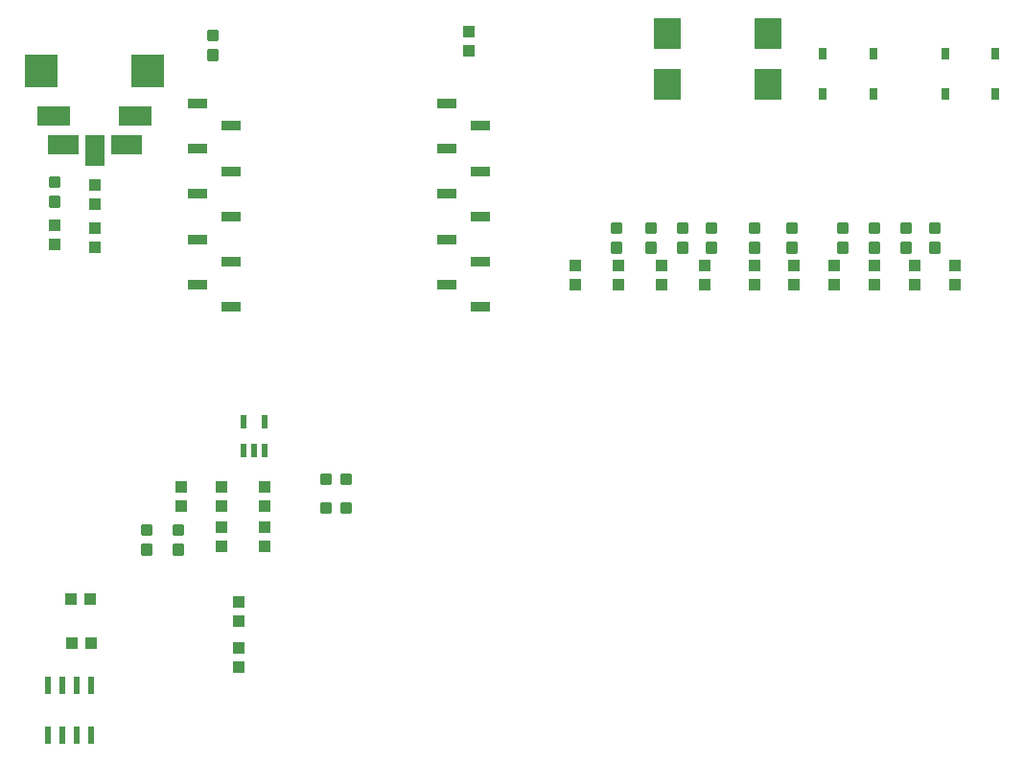
<source format=gtp>
G75*
%MOIN*%
%OFA0B0*%
%FSLAX25Y25*%
%IPPOS*%
%LPD*%
%AMOC8*
5,1,8,0,0,1.08239X$1,22.5*
%
%ADD10R,0.03937X0.04331*%
%ADD11R,0.02756X0.04331*%
%ADD12C,0.01181*%
%ADD13R,0.06693X0.03346*%
%ADD14R,0.02165X0.04724*%
%ADD15R,0.11811X0.11811*%
%ADD16R,0.11811X0.07087*%
%ADD17R,0.11024X0.07087*%
%ADD18R,0.07087X0.11024*%
%ADD19R,0.09449X0.11024*%
%ADD20R,0.02362X0.06102*%
%ADD21R,0.04331X0.03937*%
D10*
X0090178Y0086954D03*
X0090178Y0093646D03*
X0090178Y0102954D03*
X0090178Y0109646D03*
X0084178Y0128954D03*
X0084178Y0135646D03*
X0084178Y0142954D03*
X0084178Y0149646D03*
X0099178Y0149646D03*
X0099178Y0142954D03*
X0099178Y0135646D03*
X0099178Y0128954D03*
X0070178Y0142954D03*
X0070178Y0149646D03*
X0040178Y0232954D03*
X0040178Y0239646D03*
X0040178Y0247954D03*
X0040178Y0254646D03*
X0026178Y0240646D03*
X0026178Y0233954D03*
X0170178Y0301454D03*
X0170178Y0308146D03*
X0207178Y0226646D03*
X0207178Y0219954D03*
X0222178Y0219954D03*
X0222178Y0226646D03*
X0237178Y0226646D03*
X0237178Y0219954D03*
X0252178Y0219954D03*
X0252178Y0226646D03*
X0269678Y0226646D03*
X0269678Y0219954D03*
X0283178Y0219954D03*
X0283178Y0226646D03*
X0297178Y0226646D03*
X0297178Y0219954D03*
X0311178Y0219954D03*
X0311178Y0226646D03*
X0325178Y0226646D03*
X0325178Y0219954D03*
X0339178Y0219954D03*
X0339178Y0226646D03*
D11*
X0335918Y0286410D03*
X0335918Y0300190D03*
X0353438Y0300190D03*
X0353438Y0286410D03*
X0310938Y0286410D03*
X0310938Y0300190D03*
X0293418Y0300190D03*
X0293418Y0286410D03*
D12*
X0298800Y0241131D02*
X0301556Y0241131D01*
X0301556Y0238375D01*
X0298800Y0238375D01*
X0298800Y0241131D01*
X0298800Y0239555D02*
X0301556Y0239555D01*
X0301556Y0240735D02*
X0298800Y0240735D01*
X0298800Y0234225D02*
X0301556Y0234225D01*
X0301556Y0231469D01*
X0298800Y0231469D01*
X0298800Y0234225D01*
X0298800Y0232649D02*
X0301556Y0232649D01*
X0301556Y0233829D02*
X0298800Y0233829D01*
X0309800Y0234225D02*
X0312556Y0234225D01*
X0312556Y0231469D01*
X0309800Y0231469D01*
X0309800Y0234225D01*
X0309800Y0232649D02*
X0312556Y0232649D01*
X0312556Y0233829D02*
X0309800Y0233829D01*
X0309800Y0241131D02*
X0312556Y0241131D01*
X0312556Y0238375D01*
X0309800Y0238375D01*
X0309800Y0241131D01*
X0309800Y0239555D02*
X0312556Y0239555D01*
X0312556Y0240735D02*
X0309800Y0240735D01*
X0320800Y0241131D02*
X0323556Y0241131D01*
X0323556Y0238375D01*
X0320800Y0238375D01*
X0320800Y0241131D01*
X0320800Y0239555D02*
X0323556Y0239555D01*
X0323556Y0240735D02*
X0320800Y0240735D01*
X0320800Y0234225D02*
X0323556Y0234225D01*
X0323556Y0231469D01*
X0320800Y0231469D01*
X0320800Y0234225D01*
X0320800Y0232649D02*
X0323556Y0232649D01*
X0323556Y0233829D02*
X0320800Y0233829D01*
X0330800Y0234225D02*
X0333556Y0234225D01*
X0333556Y0231469D01*
X0330800Y0231469D01*
X0330800Y0234225D01*
X0330800Y0232649D02*
X0333556Y0232649D01*
X0333556Y0233829D02*
X0330800Y0233829D01*
X0330800Y0241131D02*
X0333556Y0241131D01*
X0333556Y0238375D01*
X0330800Y0238375D01*
X0330800Y0241131D01*
X0330800Y0239555D02*
X0333556Y0239555D01*
X0333556Y0240735D02*
X0330800Y0240735D01*
X0284056Y0241131D02*
X0281300Y0241131D01*
X0284056Y0241131D02*
X0284056Y0238375D01*
X0281300Y0238375D01*
X0281300Y0241131D01*
X0281300Y0239555D02*
X0284056Y0239555D01*
X0284056Y0240735D02*
X0281300Y0240735D01*
X0281300Y0234225D02*
X0284056Y0234225D01*
X0284056Y0231469D01*
X0281300Y0231469D01*
X0281300Y0234225D01*
X0281300Y0232649D02*
X0284056Y0232649D01*
X0284056Y0233829D02*
X0281300Y0233829D01*
X0271056Y0234225D02*
X0268300Y0234225D01*
X0271056Y0234225D02*
X0271056Y0231469D01*
X0268300Y0231469D01*
X0268300Y0234225D01*
X0268300Y0232649D02*
X0271056Y0232649D01*
X0271056Y0233829D02*
X0268300Y0233829D01*
X0268300Y0241131D02*
X0271056Y0241131D01*
X0271056Y0238375D01*
X0268300Y0238375D01*
X0268300Y0241131D01*
X0268300Y0239555D02*
X0271056Y0239555D01*
X0271056Y0240735D02*
X0268300Y0240735D01*
X0256056Y0241131D02*
X0253300Y0241131D01*
X0256056Y0241131D02*
X0256056Y0238375D01*
X0253300Y0238375D01*
X0253300Y0241131D01*
X0253300Y0239555D02*
X0256056Y0239555D01*
X0256056Y0240735D02*
X0253300Y0240735D01*
X0246056Y0241131D02*
X0243300Y0241131D01*
X0246056Y0241131D02*
X0246056Y0238375D01*
X0243300Y0238375D01*
X0243300Y0241131D01*
X0243300Y0239555D02*
X0246056Y0239555D01*
X0246056Y0240735D02*
X0243300Y0240735D01*
X0243300Y0234225D02*
X0246056Y0234225D01*
X0246056Y0231469D01*
X0243300Y0231469D01*
X0243300Y0234225D01*
X0243300Y0232649D02*
X0246056Y0232649D01*
X0246056Y0233829D02*
X0243300Y0233829D01*
X0235056Y0234225D02*
X0232300Y0234225D01*
X0235056Y0234225D02*
X0235056Y0231469D01*
X0232300Y0231469D01*
X0232300Y0234225D01*
X0232300Y0232649D02*
X0235056Y0232649D01*
X0235056Y0233829D02*
X0232300Y0233829D01*
X0232300Y0241131D02*
X0235056Y0241131D01*
X0235056Y0238375D01*
X0232300Y0238375D01*
X0232300Y0241131D01*
X0232300Y0239555D02*
X0235056Y0239555D01*
X0235056Y0240735D02*
X0232300Y0240735D01*
X0223056Y0241131D02*
X0220300Y0241131D01*
X0223056Y0241131D02*
X0223056Y0238375D01*
X0220300Y0238375D01*
X0220300Y0241131D01*
X0220300Y0239555D02*
X0223056Y0239555D01*
X0223056Y0240735D02*
X0220300Y0240735D01*
X0220300Y0234225D02*
X0223056Y0234225D01*
X0223056Y0231469D01*
X0220300Y0231469D01*
X0220300Y0234225D01*
X0220300Y0232649D02*
X0223056Y0232649D01*
X0223056Y0233829D02*
X0220300Y0233829D01*
X0253300Y0234225D02*
X0256056Y0234225D01*
X0256056Y0231469D01*
X0253300Y0231469D01*
X0253300Y0234225D01*
X0253300Y0232649D02*
X0256056Y0232649D01*
X0256056Y0233829D02*
X0253300Y0233829D01*
X0129009Y0153678D02*
X0129009Y0150922D01*
X0126253Y0150922D01*
X0126253Y0153678D01*
X0129009Y0153678D01*
X0129009Y0152102D02*
X0126253Y0152102D01*
X0126253Y0153282D02*
X0129009Y0153282D01*
X0122103Y0153678D02*
X0122103Y0150922D01*
X0119347Y0150922D01*
X0119347Y0153678D01*
X0122103Y0153678D01*
X0122103Y0152102D02*
X0119347Y0152102D01*
X0119347Y0153282D02*
X0122103Y0153282D01*
X0122103Y0143678D02*
X0122103Y0140922D01*
X0119347Y0140922D01*
X0119347Y0143678D01*
X0122103Y0143678D01*
X0122103Y0142102D02*
X0119347Y0142102D01*
X0119347Y0143282D02*
X0122103Y0143282D01*
X0129009Y0143678D02*
X0129009Y0140922D01*
X0126253Y0140922D01*
X0126253Y0143678D01*
X0129009Y0143678D01*
X0129009Y0142102D02*
X0126253Y0142102D01*
X0126253Y0143282D02*
X0129009Y0143282D01*
X0070556Y0136131D02*
X0067800Y0136131D01*
X0070556Y0136131D02*
X0070556Y0133375D01*
X0067800Y0133375D01*
X0067800Y0136131D01*
X0067800Y0134555D02*
X0070556Y0134555D01*
X0070556Y0135735D02*
X0067800Y0135735D01*
X0067800Y0129225D02*
X0070556Y0129225D01*
X0070556Y0126469D01*
X0067800Y0126469D01*
X0067800Y0129225D01*
X0067800Y0127649D02*
X0070556Y0127649D01*
X0070556Y0128829D02*
X0067800Y0128829D01*
X0059556Y0129225D02*
X0056800Y0129225D01*
X0059556Y0129225D02*
X0059556Y0126469D01*
X0056800Y0126469D01*
X0056800Y0129225D01*
X0056800Y0127649D02*
X0059556Y0127649D01*
X0059556Y0128829D02*
X0056800Y0128829D01*
X0056800Y0136131D02*
X0059556Y0136131D01*
X0059556Y0133375D01*
X0056800Y0133375D01*
X0056800Y0136131D01*
X0056800Y0134555D02*
X0059556Y0134555D01*
X0059556Y0135735D02*
X0056800Y0135735D01*
X0027556Y0250225D02*
X0024800Y0250225D01*
X0027556Y0250225D02*
X0027556Y0247469D01*
X0024800Y0247469D01*
X0024800Y0250225D01*
X0024800Y0248649D02*
X0027556Y0248649D01*
X0027556Y0249829D02*
X0024800Y0249829D01*
X0024800Y0257131D02*
X0027556Y0257131D01*
X0027556Y0254375D01*
X0024800Y0254375D01*
X0024800Y0257131D01*
X0024800Y0255555D02*
X0027556Y0255555D01*
X0027556Y0256735D02*
X0024800Y0256735D01*
X0079800Y0301225D02*
X0082556Y0301225D01*
X0082556Y0298469D01*
X0079800Y0298469D01*
X0079800Y0301225D01*
X0079800Y0299649D02*
X0082556Y0299649D01*
X0082556Y0300829D02*
X0079800Y0300829D01*
X0079800Y0308131D02*
X0082556Y0308131D01*
X0082556Y0305375D01*
X0079800Y0305375D01*
X0079800Y0308131D01*
X0079800Y0306555D02*
X0082556Y0306555D01*
X0082556Y0307735D02*
X0079800Y0307735D01*
D13*
X0075965Y0283040D03*
X0087776Y0275166D03*
X0075965Y0267292D03*
X0087776Y0259418D03*
X0075965Y0251544D03*
X0087776Y0243670D03*
X0075965Y0235796D03*
X0087776Y0227922D03*
X0075965Y0220048D03*
X0087776Y0212174D03*
X0162579Y0220048D03*
X0174390Y0212174D03*
X0174390Y0227922D03*
X0162579Y0235796D03*
X0174390Y0243670D03*
X0162579Y0251544D03*
X0174390Y0259418D03*
X0162579Y0267292D03*
X0174390Y0275166D03*
X0162579Y0283040D03*
D14*
X0099418Y0172419D03*
X0091938Y0172419D03*
X0091938Y0162181D03*
X0095678Y0162181D03*
X0099418Y0162181D03*
D15*
X0058682Y0294331D03*
X0021674Y0294331D03*
D16*
X0026005Y0278583D03*
X0054351Y0278583D03*
D17*
X0051201Y0268741D03*
X0029154Y0268741D03*
D18*
X0040178Y0266772D03*
D19*
X0239355Y0289544D03*
X0239178Y0307261D03*
X0274178Y0307261D03*
X0274178Y0289544D03*
D20*
X0023804Y0063351D03*
X0028804Y0063351D03*
X0033804Y0063351D03*
X0038804Y0063351D03*
X0038804Y0080674D03*
X0033804Y0080674D03*
X0028804Y0080674D03*
X0023804Y0080674D03*
D21*
X0032331Y0095300D03*
X0039024Y0095300D03*
X0038524Y0110800D03*
X0031831Y0110800D03*
M02*

</source>
